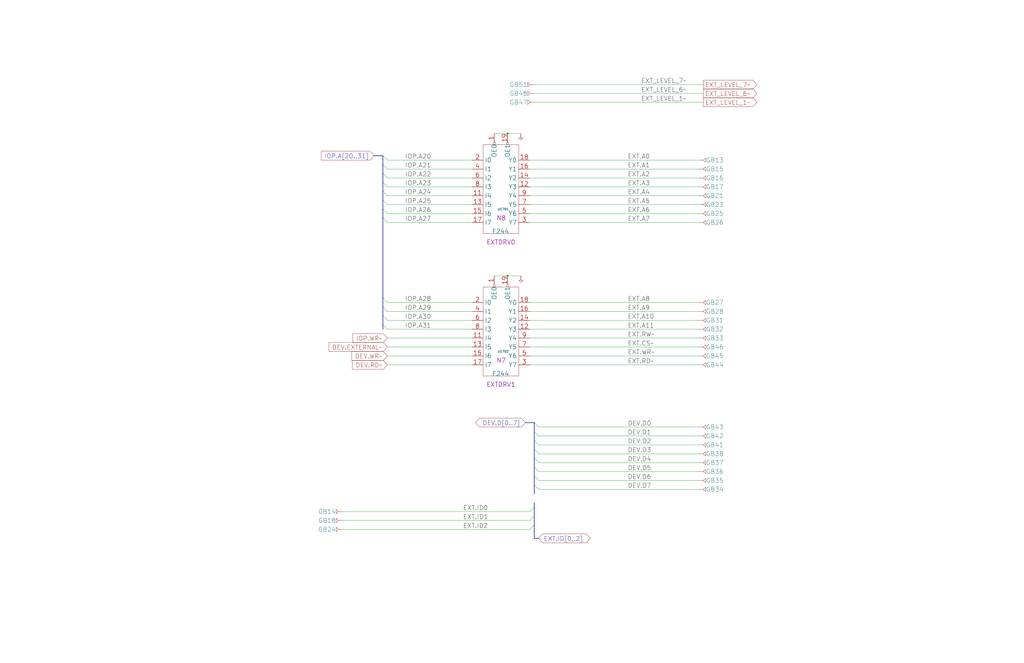
<source format=kicad_sch>
(kicad_sch (version 20250114) (generator "eeschema") (generator_version "9.0")
  (paper "User" 584.2 378.46)
  (title_block (title "DEVICES\\nEXTERNAL BUS INTERFACE") (date "22-SEP-90") (rev "2.0") (comment 1 "IOC") (comment 2 "232-003061") (comment 3 "S400") (comment 4 "RELEASED"))
  (lib_symbols
    (symbol "r1000:F244" (pin_names (offset 1.016))
      (property "Reference" "U" (at 2.54 5.08 0))
      (property "Value" "F244" (at -3.81 -7.62 0))
      (property "Location" "___" (at -1.27 0 0))
      (property "Name" "______" (at 1.27 -15.24 0))
      (symbol "F244_1_1"
        (rectangle (start -8.89 41.91) (end 11.43 -8.89))
        (circle (center -2.54 42.545) (radius 0.635))
        (circle (center 5.08 42.545) (radius 0.635))
        (pin input line (at -15.24 33.02 0) (length 6.35) (name "I0") (number "2"))
        (pin input line (at -15.24 27.94 0) (length 6.35) (name "I1") (number "4"))
        (pin input line (at -15.24 22.86 0) (length 6.35) (name "I2") (number "6"))
        (pin input line (at -15.24 17.78 0) (length 6.35) (name "I3") (number "8"))
        (pin input line (at -15.24 12.7 0) (length 6.35) (name "I4") (number "11"))
        (pin input line (at -15.24 7.62 0) (length 6.35) (name "I5") (number "13"))
        (pin input line (at -15.24 2.54 0) (length 6.35) (name "I6") (number "15"))
        (pin input line (at -15.24 -2.54 0) (length 6.35) (name "I7") (number "17"))
        (pin input line (at -2.54 48.26 270) (length 5.08) (name "OE0") (number "1"))
        (pin input line (at 5.08 48.26 270) (length 5.08) (name "OE1") (number "19"))
        (pin tri_state line (at 17.78 33.02 180) (length 6.35) (name "Y0") (number "18"))
        (pin tri_state line (at 17.78 27.94 180) (length 6.35) (name "Y1") (number "16"))
        (pin tri_state line (at 17.78 22.86 180) (length 6.35) (name "Y2") (number "14"))
        (pin tri_state line (at 17.78 17.78 180) (length 6.35) (name "Y3") (number "12"))
        (pin tri_state line (at 17.78 12.7 180) (length 6.35) (name "Y4") (number "9"))
        (pin tri_state line (at 17.78 7.62 180) (length 6.35) (name "Y5") (number "7"))
        (pin tri_state line (at 17.78 2.54 180) (length 6.35) (name "Y6") (number "5"))
        (pin tri_state line (at 17.78 -2.54 180) (length 6.35) (name "Y7") (number "3"))
      )
    )
    (symbol "r1000:GB" (pin_numbers (hide yes)) (pin_names (offset 0) (hide yes))
      (property "Reference" "GB" (at 3.81 0 0))
      (symbol "GB_0_1"
        (polyline (pts (xy 2.54 0) (xy 3.81 1.27) (xy 3.81 -1.27) (xy 2.54 0)) (stroke (width 0.1524)))
      )
      (symbol "GB_1_1"
        (pin bidirectional line (at 0 0 0) (length 2.54) (name "") (number "1"))
      )
    )
    (symbol "r1000:PD" (power) (pin_numbers (hide yes)) (pin_names (hide yes)) (in_bom no)
      (symbol "PD_0_1"
        (polyline (pts (xy 0 -2.54) (xy 1.27 -2.54) (xy 0 -3.81) (xy -1.27 -2.54) (xy 0 -2.54)) (stroke (width 0.1524)))
      )
      (symbol "PD_1_1"
        (pin power_in line (at 0 0 270) (length 2.54) (name "PD") (number "1"))
      )
    )
  )
  (junction (at 289.56 157.48))
  (junction (at 289.56 76.2))
  (bus_entry (at 218.44 185.42) (size 2.54 2.54))
  (bus_entry (at 218.44 175.26) (size 2.54 2.54))
  (bus_entry (at 218.44 93.98) (size 2.54 2.54))
  (bus_entry (at 218.44 180.34) (size 2.54 2.54))
  (bus_entry (at 304.8 289.56) (size -2.54 2.54))
  (bus_entry (at 304.8 256.54) (size 2.54 2.54))
  (bus_entry (at 218.44 109.22) (size 2.54 2.54))
  (bus_entry (at 304.8 251.46) (size 2.54 2.54))
  (bus_entry (at 218.44 104.14) (size 2.54 2.54))
  (bus_entry (at 304.8 271.78) (size 2.54 2.54))
  (bus_entry (at 304.8 246.38) (size 2.54 2.54))
  (bus_entry (at 218.44 114.3) (size 2.54 2.54))
  (bus_entry (at 218.44 124.46) (size 2.54 2.54))
  (bus_entry (at 304.8 261.62) (size 2.54 2.54))
  (bus_entry (at 304.8 276.86) (size 2.54 2.54))
  (bus_entry (at 304.8 241.3) (size 2.54 2.54))
  (bus_entry (at 218.44 170.18) (size 2.54 2.54))
  (bus_entry (at 304.8 299.72) (size -2.54 2.54))
  (bus_entry (at 218.44 119.38) (size 2.54 2.54))
  (bus_entry (at 304.8 294.64) (size -2.54 2.54))
  (bus_entry (at 304.8 266.7) (size 2.54 2.54))
  (bus_entry (at 218.44 99.06) (size 2.54 2.54))
  (bus_entry (at 218.44 88.9) (size 2.54 2.54))
  (wire (pts (xy 302.26 101.6) (xy 398.78 101.6)))
  (wire (pts (xy 302.26 187.96) (xy 398.78 187.96)))
  (wire (pts (xy 304.8 53.34) (xy 401.32 53.34)))
  (wire (pts (xy 281.94 157.48) (xy 289.56 157.48)))
  (bus (pts (xy 304.8 251.46) (xy 304.8 256.54)))
  (wire (pts (xy 302.26 177.8) (xy 398.78 177.8)))
  (wire (pts (xy 302.26 116.84) (xy 398.78 116.84)))
  (bus (pts (xy 299.72 241.3) (xy 304.8 241.3)))
  (bus (pts (xy 304.8 299.72) (xy 304.8 307.34)))
  (wire (pts (xy 220.98 96.52) (xy 269.24 96.52)))
  (wire (pts (xy 307.34 243.84) (xy 398.78 243.84)))
  (bus (pts (xy 304.8 256.54) (xy 304.8 261.62)))
  (wire (pts (xy 220.98 111.76) (xy 269.24 111.76)))
  (wire (pts (xy 220.98 127) (xy 269.24 127)))
  (wire (pts (xy 220.98 187.96) (xy 269.24 187.96)))
  (wire (pts (xy 220.98 193.04) (xy 269.24 193.04)))
  (wire (pts (xy 302.26 193.04) (xy 398.78 193.04)))
  (wire (pts (xy 220.98 116.84) (xy 269.24 116.84)))
  (bus (pts (xy 218.44 119.38) (xy 218.44 124.46)))
  (wire (pts (xy 304.8 48.26) (xy 401.32 48.26)))
  (bus (pts (xy 304.8 261.62) (xy 304.8 266.7)))
  (wire (pts (xy 302.26 91.44) (xy 398.78 91.44)))
  (wire (pts (xy 307.34 248.92) (xy 398.78 248.92)))
  (wire (pts (xy 220.98 177.8) (xy 269.24 177.8)))
  (wire (pts (xy 220.98 101.6) (xy 269.24 101.6)))
  (wire (pts (xy 220.98 182.88) (xy 269.24 182.88)))
  (wire (pts (xy 302.26 172.72) (xy 398.78 172.72)))
  (bus (pts (xy 218.44 109.22) (xy 218.44 114.3)))
  (wire (pts (xy 307.34 279.4) (xy 398.78 279.4)))
  (wire (pts (xy 302.26 111.76) (xy 398.78 111.76)))
  (bus (pts (xy 218.44 170.18) (xy 218.44 175.26)))
  (wire (pts (xy 220.98 106.68) (xy 269.24 106.68)))
  (wire (pts (xy 304.8 58.42) (xy 401.32 58.42)))
  (wire (pts (xy 220.98 203.2) (xy 269.24 203.2)))
  (bus (pts (xy 304.8 287.02) (xy 304.8 289.56)))
  (wire (pts (xy 307.34 274.32) (xy 398.78 274.32)))
  (wire (pts (xy 289.56 157.48) (xy 297.18 157.48)))
  (bus (pts (xy 304.8 294.64) (xy 304.8 299.72)))
  (bus (pts (xy 218.44 175.26) (xy 218.44 180.34)))
  (bus (pts (xy 304.8 289.56) (xy 304.8 294.64)))
  (wire (pts (xy 289.56 76.2) (xy 297.18 76.2)))
  (wire (pts (xy 302.26 182.88) (xy 398.78 182.88)))
  (wire (pts (xy 307.34 254) (xy 398.78 254)))
  (wire (pts (xy 302.26 198.12) (xy 398.78 198.12)))
  (wire (pts (xy 302.26 127) (xy 398.78 127)))
  (wire (pts (xy 302.26 121.92) (xy 398.78 121.92)))
  (wire (pts (xy 302.26 203.2) (xy 398.78 203.2)))
  (wire (pts (xy 220.98 208.28) (xy 269.24 208.28)))
  (bus (pts (xy 218.44 114.3) (xy 218.44 119.38)))
  (wire (pts (xy 220.98 91.44) (xy 269.24 91.44)))
  (bus (pts (xy 304.8 241.3) (xy 304.8 246.38)))
  (bus (pts (xy 213.36 88.9) (xy 218.44 88.9)))
  (bus (pts (xy 218.44 88.9) (xy 218.44 93.98)))
  (bus (pts (xy 218.44 180.34) (xy 218.44 185.42)))
  (bus (pts (xy 218.44 185.42) (xy 218.44 187.96)))
  (bus (pts (xy 307.34 307.34) (xy 304.8 307.34)))
  (bus (pts (xy 218.44 93.98) (xy 218.44 99.06)))
  (wire (pts (xy 281.94 76.2) (xy 289.56 76.2)))
  (wire (pts (xy 195.58 302.26) (xy 302.26 302.26)))
  (wire (pts (xy 220.98 198.12) (xy 269.24 198.12)))
  (bus (pts (xy 304.8 266.7) (xy 304.8 271.78)))
  (bus (pts (xy 304.8 271.78) (xy 304.8 276.86)))
  (bus (pts (xy 218.44 99.06) (xy 218.44 104.14)))
  (wire (pts (xy 220.98 121.92) (xy 269.24 121.92)))
  (wire (pts (xy 307.34 264.16) (xy 398.78 264.16)))
  (wire (pts (xy 195.58 297.18) (xy 302.26 297.18)))
  (wire (pts (xy 307.34 269.24) (xy 398.78 269.24)))
  (wire (pts (xy 307.34 259.08) (xy 398.78 259.08)))
  (bus (pts (xy 304.8 246.38) (xy 304.8 251.46)))
  (wire (pts (xy 220.98 172.72) (xy 269.24 172.72)))
  (bus (pts (xy 304.8 276.86) (xy 304.8 281.94)))
  (wire (pts (xy 302.26 96.52) (xy 398.78 96.52)))
  (bus (pts (xy 218.44 124.46) (xy 218.44 170.18)))
  (wire (pts (xy 302.26 106.68) (xy 398.78 106.68)))
  (bus (pts (xy 218.44 104.14) (xy 218.44 109.22)))
  (wire (pts (xy 302.26 208.28) (xy 398.78 208.28)))
  (wire (pts (xy 195.58 292.1) (xy 302.26 292.1)))
  (label "EXT.A1" (at 358.14 96.52 0) (effects (font (size 2.54 2.54))))
  (label "EXT.ID1" (at 264.16 297.18 0) (effects (font (size 2.54 2.54))))
  (label "IOP.A26" (at 231.14 121.92 0) (effects (font (size 2.54 2.54))))
  (label "EXT_LEVEL_6~" (at 365.76 53.34 0) (effects (font (size 2.54 2.54))))
  (label "IOP.A21" (at 231.14 96.52 0) (effects (font (size 2.54 2.54))))
  (label "EXT.A3" (at 358.14 106.68 0) (effects (font (size 2.54 2.54))))
  (label "EXT.RW~" (at 358.14 193.04 0) (effects (font (size 2.54 2.54))))
  (label "EXT.A2" (at 358.14 101.6 0) (effects (font (size 2.54 2.54))))
  (label "EXT.A4" (at 358.14 111.76 0) (effects (font (size 2.54 2.54))))
  (label "DEV.D2" (at 358.14 254 0) (effects (font (size 2.54 2.54))))
  (label "EXT.A10" (at 358.14 182.88 0) (effects (font (size 2.54 2.54))))
  (label "EXT.CS~" (at 358.14 198.12 0) (effects (font (size 2.54 2.54))))
  (label "DEV.D7" (at 358.14 279.4 0) (effects (font (size 2.54 2.54))))
  (label "EXT.A7" (at 358.14 127 0) (effects (font (size 2.54 2.54))))
  (label "DEV.D5" (at 358.14 269.24 0) (effects (font (size 2.54 2.54))))
  (label "EXT.A11" (at 358.14 187.96 0) (effects (font (size 2.54 2.54))))
  (label "DEV.D3" (at 358.14 259.08 0) (effects (font (size 2.54 2.54))))
  (label "EXT.WR~" (at 358.14 203.2 0) (effects (font (size 2.54 2.54))))
  (label "IOP.A30" (at 231.14 182.88 0) (effects (font (size 2.54 2.54))))
  (label "IOP.A25" (at 231.14 116.84 0) (effects (font (size 2.54 2.54))))
  (label "EXT.ID2" (at 264.16 302.26 0) (effects (font (size 2.54 2.54))))
  (label "DEV.D6" (at 358.14 274.32 0) (effects (font (size 2.54 2.54))))
  (label "IOP.A28" (at 231.14 172.72 0) (effects (font (size 2.54 2.54))))
  (label "IOP.A22" (at 231.14 101.6 0) (effects (font (size 2.54 2.54))))
  (label "EXT.A8" (at 358.14 172.72 0) (effects (font (size 2.54 2.54))))
  (label "IOP.A29" (at 231.14 177.8 0) (effects (font (size 2.54 2.54))))
  (label "EXT_LEVEL_7~" (at 365.76 48.26 0) (effects (font (size 2.54 2.54))))
  (label "EXT.A9" (at 358.14 177.8 0) (effects (font (size 2.54 2.54))))
  (label "IOP.A20" (at 231.14 91.44 0) (effects (font (size 2.54 2.54))))
  (label "EXT.RD~" (at 358.14 208.28 0) (effects (font (size 2.54 2.54))))
  (label "EXT.A0" (at 358.14 91.44 0) (effects (font (size 2.54 2.54))))
  (label "IOP.A31" (at 231.14 187.96 0) (effects (font (size 2.54 2.54))))
  (label "DEV.D1" (at 358.14 248.92 0) (effects (font (size 2.54 2.54))))
  (label "EXT.A6" (at 358.14 121.92 0) (effects (font (size 2.54 2.54))))
  (label "IOP.A24" (at 231.14 111.76 0) (effects (font (size 2.54 2.54))))
  (label "EXT_LEVEL_1~" (at 365.76 58.42 0) (effects (font (size 2.54 2.54))))
  (label "EXT.ID0" (at 264.16 292.1 0) (effects (font (size 2.54 2.54))))
  (label "IOP.A23" (at 231.14 106.68 0) (effects (font (size 2.54 2.54))))
  (label "DEV.D4" (at 358.14 264.16 0) (effects (font (size 2.54 2.54))))
  (label "IOP.A27" (at 231.14 127 0) (effects (font (size 2.54 2.54))))
  (label "EXT.A5" (at 358.14 116.84 0) (effects (font (size 2.54 2.54))))
  (label "DEV.D0" (at 358.14 243.84 0) (effects (font (size 2.54 2.54))))
  (global_label "IOP.A[20..31]" (shape input) (at 213.36 88.9 180) (effects (font (size 2.54 2.54))) (property "Intersheetrefs" "${INTERSHEET_REFS}" (at 182.874 88.7413 0) (effects (font (size 1.905 1.905)) (justify right))))
  (global_label "DEV.WR~" (shape input) (at 220.98 203.2 180) (effects (font (size 2.54 2.54))) (property "Intersheetrefs" "${INTERSHEET_REFS}" (at 200.2911 203.0413 0) (effects (font (size 1.905 1.905)) (justify right))))
  (global_label "EXT_LEVEL_1~" (shape output) (at 401.32 58.42 0) (effects (font (size 2.54 2.54))) (property "Intersheetrefs" "${INTERSHEET_REFS}" (at 432.1689 58.2613 0) (effects (font (size 1.905 1.905)) (justify left))))
  (global_label "DEV.D[0..7]" (shape bidirectional) (at 299.72 241.3 180) (effects (font (size 2.54 2.54))) (property "Intersheetrefs" "${INTERSHEET_REFS}" (at 273.1044 241.1413 0) (effects (font (size 1.905 1.905)) (justify right))))
  (global_label "DEV.EXTERNAL~" (shape input) (at 220.98 198.12 180) (effects (font (size 2.54 2.54))) (property "Intersheetrefs" "${INTERSHEET_REFS}" (at 187.3492 197.9613 0) (effects (font (size 1.905 1.905)) (justify right))))
  (global_label "EXT_LEVEL_6~" (shape output) (at 401.32 53.34 0) (effects (font (size 2.54 2.54))) (property "Intersheetrefs" "${INTERSHEET_REFS}" (at 432.1689 53.1813 0) (effects (font (size 1.905 1.905)) (justify left))))
  (global_label "EXT.ID[0..2]" (shape bidirectional) (at 307.34 307.34 0) (effects (font (size 2.54 2.54))) (property "Intersheetrefs" "${INTERSHEET_REFS}" (at 334.8022 307.1813 0) (effects (font (size 1.905 1.905)) (justify left))))
  (global_label "EXT_LEVEL_7~" (shape output) (at 401.32 48.26 0) (effects (font (size 2.54 2.54))) (property "Intersheetrefs" "${INTERSHEET_REFS}" (at 432.1689 48.1013 0) (effects (font (size 1.905 1.905)) (justify left))))
  (global_label "IOP.WR~" (shape input) (at 220.98 193.04 180) (effects (font (size 2.54 2.54))) (property "Intersheetrefs" "${INTERSHEET_REFS}" (at 200.8959 192.8813 0) (effects (font (size 1.905 1.905)) (justify right))))
  (global_label "DEV.RD~" (shape input) (at 220.98 208.28 180) (effects (font (size 2.54 2.54))) (property "Intersheetrefs" "${INTERSHEET_REFS}" (at 200.654 208.1213 0) (effects (font (size 1.905 1.905)) (justify right))))
  (symbol (lib_id "r1000:GB") (at 398.78 198.12 0) (unit 1)
    (property "Reference" "GB46" (at 402.59 198.12 0) (effects (font (size 2.54 2.54)) (justify left)))
    (property "Value" "GB" (effects (hide yes)))
  )
  (symbol (lib_id "r1000:GB") (at 195.58 292.1 0) (mirror y) (unit 1)
    (property "Reference" "GB14" (at 191.77 292.1 0) (effects (font (size 2.54 2.54)) (justify left)))
    (property "Value" "GB" (effects (hide yes)))
  )
  (symbol (lib_id "r1000:GB") (at 398.78 187.96 0) (unit 1)
    (property "Reference" "GB32" (at 402.59 187.96 0) (effects (font (size 2.54 2.54)) (justify left)))
    (property "Value" "GB" (effects (hide yes)))
  )
  (symbol (lib_id "r1000:GB") (at 398.78 96.52 0) (unit 1)
    (property "Reference" "GB15" (at 402.59 96.52 0) (effects (font (size 2.54 2.54)) (justify left)))
    (property "Value" "GB" (effects (hide yes)))
  )
  (symbol (lib_id "r1000:GB") (at 304.8 48.26 0) (mirror y) (unit 1)
    (property "Reference" "GB51" (at 300.99 48.26 0) (effects (font (size 2.54 2.54)) (justify left)))
    (property "Value" "GB" (effects (hide yes)))
  )
  (symbol (lib_id "r1000:GB") (at 398.78 177.8 0) (unit 1)
    (property "Reference" "GB28" (at 402.59 177.8 0) (effects (font (size 2.54 2.54)) (justify left)))
    (property "Value" "GB" (effects (hide yes)))
  )
  (symbol (lib_id "r1000:GB") (at 398.78 208.28 0) (unit 1)
    (property "Reference" "GB44" (at 402.59 208.28 0) (effects (font (size 2.54 2.54)) (justify left)))
    (property "Value" "GB" (effects (hide yes)))
  )
  (symbol (lib_id "r1000:GB") (at 398.78 203.2 0) (unit 1)
    (property "Reference" "GB45" (at 402.59 203.2 0) (effects (font (size 2.54 2.54)) (justify left)))
    (property "Value" "GB" (effects (hide yes)))
  )
  (symbol (lib_id "r1000:GB") (at 398.78 254 0) (unit 1)
    (property "Reference" "GB41" (at 402.59 254 0) (effects (font (size 2.54 2.54)) (justify left)))
    (property "Value" "GB" (effects (hide yes)))
  )
  (symbol (lib_id "r1000:GB") (at 398.78 121.92 0) (unit 1)
    (property "Reference" "GB25" (at 402.59 121.92 0) (effects (font (size 2.54 2.54)) (justify left)))
    (property "Value" "GB" (effects (hide yes)))
  )
  (symbol (lib_id "r1000:GB") (at 398.78 274.32 0) (unit 1)
    (property "Reference" "GB35" (at 402.59 274.32 0) (effects (font (size 2.54 2.54)) (justify left)))
    (property "Value" "GB" (effects (hide yes)))
  )
  (symbol (lib_id "r1000:GB") (at 398.78 172.72 0) (unit 1)
    (property "Reference" "GB27" (at 402.59 172.72 0) (effects (font (size 2.54 2.54)) (justify left)))
    (property "Value" "GB" (effects (hide yes)))
  )
  (symbol (lib_id "r1000:GB") (at 398.78 101.6 0) (unit 1)
    (property "Reference" "GB16" (at 402.59 101.6 0) (effects (font (size 2.54 2.54)) (justify left)))
    (property "Value" "GB" (effects (hide yes)))
  )
  (symbol (lib_id "r1000:PD") (at 297.18 157.48 0) (unit 1) (in_bom no)
    (property "Reference" "#PWR01702" (effects (hide yes)))
    (property "Value" "PD" (effects (hide yes)))
  )
  (symbol (lib_id "r1000:GB") (at 398.78 116.84 0) (unit 1)
    (property "Reference" "GB23" (at 402.59 116.84 0) (effects (font (size 2.54 2.54)) (justify left)))
    (property "Value" "GB" (effects (hide yes)))
  )
  (symbol (lib_id "r1000:F244") (at 284.48 205.74 0) (unit 1)
    (property "Reference" "U1702" (at 287.02 200.66 0))
    (property "Value" "F244" (at 280.67 213.36 0) (effects (font (size 2.54 2.54)) (justify left)))
    (property "Location" "N7" (at 283.21 205.74 0) (effects (font (size 2.54 2.54)) (justify left)))
    (property "Name" "EXTDRV1" (at 285.75 220.98 0) (effects (font (size 2.54 2.54)) (justify bottom)))
  )
  (symbol (lib_id "r1000:GB") (at 398.78 248.92 0) (unit 1)
    (property "Reference" "GB42" (at 402.59 248.92 0) (effects (font (size 2.54 2.54)) (justify left)))
    (property "Value" "GB" (effects (hide yes)))
  )
  (symbol (lib_id "r1000:GB") (at 398.78 193.04 0) (unit 1)
    (property "Reference" "GB33" (at 402.59 193.04 0) (effects (font (size 2.54 2.54)) (justify left)))
    (property "Value" "GB" (effects (hide yes)))
  )
  (symbol (lib_id "r1000:GB") (at 304.8 53.34 0) (mirror y) (unit 1)
    (property "Reference" "GB48" (at 300.99 53.34 0) (effects (font (size 2.54 2.54)) (justify left)))
    (property "Value" "GB" (effects (hide yes)))
  )
  (symbol (lib_id "r1000:GB") (at 398.78 279.4 0) (unit 1)
    (property "Reference" "GB34" (at 402.59 279.4 0) (effects (font (size 2.54 2.54)) (justify left)))
    (property "Value" "GB" (effects (hide yes)))
  )
  (symbol (lib_id "r1000:GB") (at 398.78 269.24 0) (unit 1)
    (property "Reference" "GB36" (at 402.59 269.24 0) (effects (font (size 2.54 2.54)) (justify left)))
    (property "Value" "GB" (effects (hide yes)))
  )
  (symbol (lib_id "r1000:GB") (at 195.58 302.26 0) (mirror y) (unit 1)
    (property "Reference" "GB24" (at 191.77 302.26 0) (effects (font (size 2.54 2.54)) (justify left)))
    (property "Value" "GB" (effects (hide yes)))
  )
  (symbol (lib_id "r1000:GB") (at 304.8 58.42 0) (mirror y) (unit 1)
    (property "Reference" "GB47" (at 300.99 58.42 0) (effects (font (size 2.54 2.54)) (justify left)))
    (property "Value" "GB" (effects (hide yes)))
  )
  (symbol (lib_id "r1000:GB") (at 398.78 127 0) (unit 1)
    (property "Reference" "GB26" (at 402.59 127 0) (effects (font (size 2.54 2.54)) (justify left)))
    (property "Value" "GB" (effects (hide yes)))
  )
  (symbol (lib_id "r1000:GB") (at 398.78 264.16 0) (unit 1)
    (property "Reference" "GB37" (at 402.59 264.16 0) (effects (font (size 2.54 2.54)) (justify left)))
    (property "Value" "GB" (effects (hide yes)))
  )
  (symbol (lib_id "r1000:GB") (at 398.78 106.68 0) (unit 1)
    (property "Reference" "GB17" (at 402.59 106.68 0) (effects (font (size 2.54 2.54)) (justify left)))
    (property "Value" "GB" (effects (hide yes)))
  )
  (symbol (lib_id "r1000:GB") (at 398.78 111.76 0) (unit 1)
    (property "Reference" "GB21" (at 402.59 111.76 0) (effects (font (size 2.54 2.54)) (justify left)))
    (property "Value" "GB" (effects (hide yes)))
  )
  (symbol (lib_id "r1000:GB") (at 195.58 297.18 0) (mirror y) (unit 1)
    (property "Reference" "GB18" (at 191.77 297.18 0) (effects (font (size 2.54 2.54)) (justify left)))
    (property "Value" "GB" (effects (hide yes)))
  )
  (symbol (lib_id "r1000:GB") (at 398.78 182.88 0) (unit 1)
    (property "Reference" "GB31" (at 402.59 182.88 0) (effects (font (size 2.54 2.54)) (justify left)))
    (property "Value" "GB" (effects (hide yes)))
  )
  (symbol (lib_id "r1000:GB") (at 398.78 259.08 0) (unit 1)
    (property "Reference" "GB38" (at 402.59 259.08 0) (effects (font (size 2.54 2.54)) (justify left)))
    (property "Value" "GB" (effects (hide yes)))
  )
  (symbol (lib_id "r1000:GB") (at 398.78 243.84 0) (unit 1)
    (property "Reference" "GB43" (at 402.59 243.84 0) (effects (font (size 2.54 2.54)) (justify left)))
    (property "Value" "GB" (effects (hide yes)))
  )
  (symbol (lib_id "r1000:PD") (at 297.18 76.2 0) (unit 1) (in_bom no)
    (property "Reference" "#PWR01701" (effects (hide yes)))
    (property "Value" "PD" (effects (hide yes)))
  )
  (symbol (lib_id "r1000:F244") (at 284.48 124.46 0) (unit 1)
    (property "Reference" "U1701" (at 287.02 119.38 0))
    (property "Value" "F244" (at 280.67 132.08 0) (effects (font (size 2.54 2.54)) (justify left)))
    (property "Location" "N8" (at 283.21 124.46 0) (effects (font (size 2.54 2.54)) (justify left)))
    (property "Name" "EXTDRV0" (at 285.75 139.7 0) (effects (font (size 2.54 2.54)) (justify bottom)))
  )
  (symbol (lib_id "r1000:GB") (at 398.78 91.44 0) (unit 1)
    (property "Reference" "GB13" (at 402.59 91.44 0) (effects (font (size 2.54 2.54)) (justify left)))
    (property "Value" "GB" (effects (hide yes)))
  )
)
</source>
